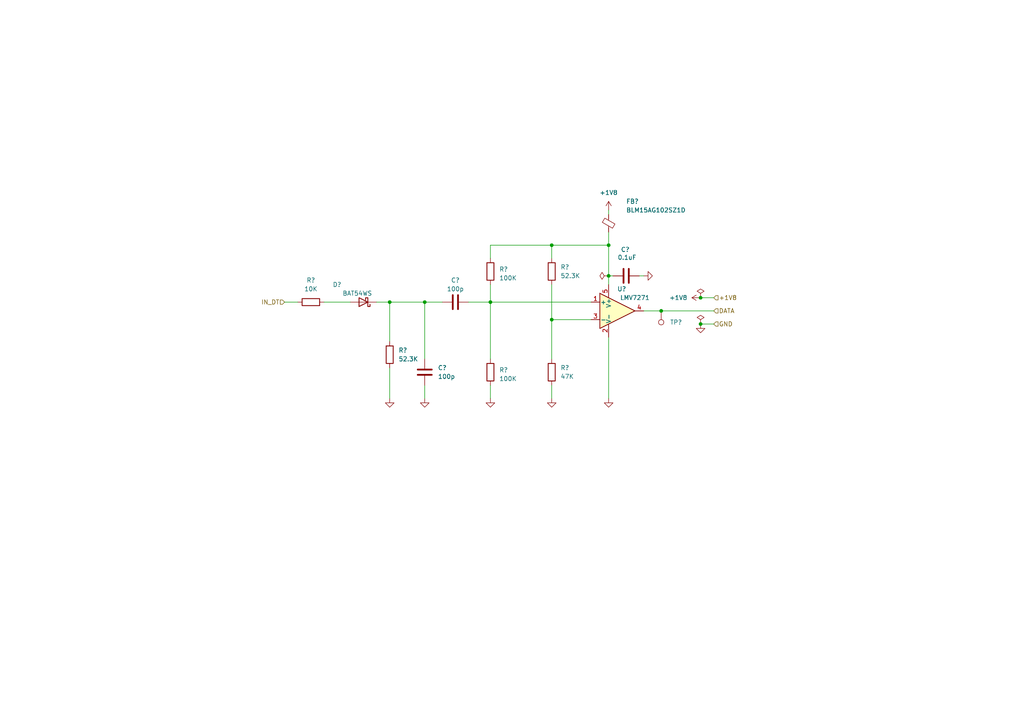
<source format=kicad_sch>
(kicad_sch (version 20231120) (generator "eeschema") (generator_version "8.0")
  (paper "A4")
  (lib_symbols
    (symbol "Comparator:LMV7271" (pin_names (offset 0.127))
      (property "Reference" "U" (at 1.27 5.08 0))
      (property "Value" "LMV7271" (at 3.81 -5.08 0))
      (symbol "LMV7271_0_1"
        (polyline (pts (xy -5.08 5.08) (xy 5.08 0) (xy -5.08 -5.08) (xy -5.08 5.08)) (stroke (width 0.254)) (fill (type background)))
      )
      (symbol "LMV7271_1_1"
        (pin input line (at -7.62 2.54 0) (length 2.54) (name "+") (number "1"))
        (pin power_in line (at -2.54 -7.62 90) (length 3.81) (name "V-") (number "2"))
        (pin input line (at -7.62 -2.54 0) (length 2.54) (name "-") (number "3"))
        (pin output line (at 7.62 0 180) (length 2.54) (name "~") (number "4"))
        (pin power_in line (at -2.54 7.62 270) (length 3.81) (name "V+") (number "5"))
      )
    )
    (symbol "Connector:TestPoint" (pin_numbers hide) (pin_names (offset 0.762) hide)
      (property "Reference" "TP" (at 0 6.858 0))
      (property "Value" "TestPoint" (at 0 5.08 0))
      (symbol "TestPoint_0_1"
        (circle (center 0 3.302) (radius 0.762))
      )
      (symbol "TestPoint_1_1"
        (pin passive line (at 0 0 90) (length 2.54) (name "1") (number "1"))
      )
    )
    (symbol "Device:C" (pin_numbers hide) (pin_names (offset 0.254))
      (property "Reference" "C" (at 0.635 2.54 0))
      (property "Value" "C" (at 0.635 -2.54 0))
      (symbol "C_0_1"
        (polyline (pts (xy -2.032 -0.762) (xy 2.032 -0.762)) (stroke (width 0.508)))
        (polyline (pts (xy -2.032 0.762) (xy 2.032 0.762)) (stroke (width 0.508)))
      )
      (symbol "C_1_1"
        (pin passive line (at 0 3.81 270) (length 2.794) (name "~") (number "1"))
        (pin passive line (at 0 -3.81 90) (length 2.794) (name "~") (number "2"))
      )
    )
    (symbol "Device:D_Schottky" (pin_numbers hide) (pin_names (offset 1.016) hide)
      (property "Reference" "D" (at 0 2.54 0))
      (property "Value" "D_Schottky" (at 0 -2.54 0))
      (symbol "D_Schottky_0_1"
        (polyline (pts (xy 1.27 0) (xy -1.27 0)))
        (polyline (pts (xy 1.27 1.27) (xy 1.27 -1.27) (xy -1.27 0) (xy 1.27 1.27)) (stroke (width 0.254)))
        (polyline (pts (xy -1.905 0.635) (xy -1.905 1.27) (xy -1.27 1.27) (xy -1.27 -1.27) (xy -0.635 -1.27) (xy -0.635 -0.635)) (stroke (width 0.254)))
      )
      (symbol "D_Schottky_1_1"
        (pin passive line (at -3.81 0 0) (length 2.54) (name "K") (number "1"))
        (pin passive line (at 3.81 0 180) (length 2.54) (name "A") (number "2"))
      )
    )
    (symbol "Device:FerriteBead_Small" (pin_numbers hide) (pin_names (offset 0))
      (property "Reference" "FB" (at 1.905 1.27 0))
      (property "Value" "FerriteBead_Small" (at 1.905 -1.27 0))
      (symbol "FerriteBead_Small_0_1"
        (polyline (pts (xy 0 -1.27) (xy 0 -0.7874)))
        (polyline (pts (xy 0 0.889) (xy 0 1.2954)))
        (polyline (pts (xy -1.8288 0.2794) (xy -1.1176 1.4986) (xy 1.8288 -0.2032) (xy 1.1176 -1.4224) (xy -1.8288 0.2794)))
      )
      (symbol "FerriteBead_Small_1_1"
        (pin passive line (at 0 2.54 270) (length 1.27) (name "~") (number "1"))
        (pin passive line (at 0 -2.54 90) (length 1.27) (name "~") (number "2"))
      )
    )
    (symbol "Device:R" (pin_numbers hide) (pin_names (offset 0))
      (property "Reference" "R" (at 2.032 0 90))
      (property "Value" "R" (at 0 0 90))
      (symbol "R_0_1"
        (rectangle (start -1.016 -2.54) (end 1.016 2.54) (stroke (width 0.254)))
      )
      (symbol "R_1_1"
        (pin passive line (at 0 3.81 270) (length 1.27) (name "~") (number "1"))
        (pin passive line (at 0 -3.81 90) (length 1.27) (name "~") (number "2"))
      )
    )
    (symbol "power:+1V8" (power) (pin_names (offset 0))
      (property "Value" "+1V8" (at 0 3.556 0))
      (symbol "+1V8_0_1"
        (polyline (pts (xy -0.762 1.27) (xy 0 2.54)))
        (polyline (pts (xy 0 0) (xy 0 2.54)))
        (polyline (pts (xy 0 2.54) (xy 0.762 1.27)))
      )
      (symbol "+1V8_1_1"
        (pin power_in line (at 0 0 90) (length 0) hide (name "+1V8") (number "1"))
      )
    )
    (symbol "power:GND" (power) (pin_names (offset 0))
      (property "Value" "GND" (at 0 -3.81 0))
      (symbol "GND_0_1"
        (polyline (pts (xy 0 0) (xy 0 -1.27) (xy 1.27 -1.27) (xy 0 -2.54) (xy -1.27 -1.27) (xy 0 -1.27)))
      )
      (symbol "GND_1_1"
        (pin power_in line (at 0 0 270) (length 0) hide (name "GND") (number "1"))
      )
    )
    (symbol "power:PWR_FLAG" (power) (pin_numbers hide) (pin_names (offset 0) hide)
      (property "Value" "PWR_FLAG" (at 0 3.81 0))
      (symbol "PWR_FLAG_0_0"
        (pin power_out line (at 0 0 90) (length 0) (name "pwr") (number "1"))
      )
      (symbol "PWR_FLAG_0_1"
        (polyline (pts (xy 0 0) (xy 0 1.27) (xy -1.016 1.905) (xy 0 2.54) (xy 1.016 1.905) (xy 0 1.27)))
      )
    )
  )
  (junction (at 123.19 87.63))
  (junction (at 203.2 86.36))
  (junction (at 142.24 87.63))
  (junction (at 191.77 90.17))
  (junction (at 113.03 87.63))
  (junction (at 176.53 71.12))
  (junction (at 160.02 71.12))
  (junction (at 160.02 92.71))
  (junction (at 176.53 80.01))
  (junction (at 203.2 93.98))
  (wire (pts (xy 142.24 82.55) (xy 142.24 87.63)))
  (wire (pts (xy 142.24 111.76) (xy 142.24 115.57)))
  (wire (pts (xy 113.03 106.68) (xy 113.03 115.57)))
  (wire (pts (xy 160.02 82.55) (xy 160.02 92.71)))
  (wire (pts (xy 135.89 87.63) (xy 142.24 87.63)))
  (wire (pts (xy 176.53 67.31) (xy 176.53 71.12)))
  (wire (pts (xy 123.19 104.14) (xy 123.19 87.63)))
  (wire (pts (xy 142.24 87.63) (xy 142.24 104.14)))
  (wire (pts (xy 177.8 80.01) (xy 176.53 80.01)))
  (wire (pts (xy 176.53 62.23) (xy 176.53 60.96)))
  (wire (pts (xy 160.02 104.14) (xy 160.02 92.71)))
  (wire (pts (xy 93.98 87.63) (xy 101.6 87.63)))
  (wire (pts (xy 123.19 111.76) (xy 123.19 115.57)))
  (wire (pts (xy 176.53 80.01) (xy 176.53 82.55)))
  (wire (pts (xy 142.24 87.63) (xy 171.45 87.63)))
  (wire (pts (xy 109.22 87.63) (xy 113.03 87.63)))
  (wire (pts (xy 160.02 92.71) (xy 171.45 92.71)))
  (wire (pts (xy 113.03 87.63) (xy 113.03 99.06)))
  (wire (pts (xy 142.24 71.12) (xy 142.24 74.93)))
  (wire (pts (xy 176.53 115.57) (xy 176.53 97.79)))
  (wire (pts (xy 203.2 93.98) (xy 207.01 93.98)))
  (wire (pts (xy 191.77 90.17) (xy 207.01 90.17)))
  (wire (pts (xy 203.2 86.36) (xy 207.01 86.36)))
  (wire (pts (xy 123.19 87.63) (xy 128.27 87.63)))
  (wire (pts (xy 82.55 87.63) (xy 86.36 87.63)))
  (wire (pts (xy 185.42 80.01) (xy 186.69 80.01)))
  (wire (pts (xy 160.02 71.12) (xy 176.53 71.12)))
  (wire (pts (xy 176.53 71.12) (xy 176.53 80.01)))
  (wire (pts (xy 142.24 71.12) (xy 160.02 71.12)))
  (wire (pts (xy 113.03 87.63) (xy 123.19 87.63)))
  (wire (pts (xy 160.02 111.76) (xy 160.02 115.57)))
  (wire (pts (xy 160.02 71.12) (xy 160.02 74.93)))
  (wire (pts (xy 186.69 90.17) (xy 191.77 90.17)))
  (hierarchical_label "GND" (shape input) (at 207.01 93.98 0))
  (hierarchical_label "+1V8" (shape input) (at 207.01 86.36 0))
  (hierarchical_label "IN_DT" (shape input) (at 82.55 87.63 180))
  (hierarchical_label "DATA" (shape input) (at 207.01 90.17 0))
  (symbol (lib_id "Device:C") (at 181.61 80.01 270) (mirror x) (unit 1)
    (property "Reference" "C?" (at 181.356 72.39 90))
    (property "Value" "0.1uF" (at 181.864 74.676 90))
    (property "Footprint" "Capacitor_SMD:C_0402_1005Metric" (effects (hide yes)))
    (property "MouserPN" "581-KGM05AR71C104KN" (effects (hide yes)))
    (instances (project "Kampela" (path "" (reference "C?") (unit 1))) (project "Kampela_G5" (path "" (reference "C5") (unit 1))))
  )
  (symbol (lib_id "power:GND") (at 160.02 115.57 0) (unit 1)
    (property "Reference" "#PWR?" (effects (hide yes)))
    (property "Value" "GND" (effects (hide yes)))
    (instances (project "Kampela" (path "" (reference "#PWR?") (unit 1))) (project "Kampela_G5" (path "" (reference "#PWR017") (unit 1))))
  )
  (symbol (lib_id "Device:C") (at 123.19 107.95 0) (unit 1)
    (property "Reference" "C?" (at 127 106.6799 0) (effects (justify left)))
    (property "Value" "100p" (at 127 109.2199 0) (effects (justify left)))
    (property "Footprint" "Capacitor_SMD:C_0402_1005Metric" (effects (hide yes)))
    (property "MouserPN" "187-CL05C101JC51PNC" (effects (hide yes)))
    (instances (project "Kampela" (path "" (reference "C?") (unit 1))) (project "Kampela_G5" (path "" (reference "C2") (unit 1))))
  )
  (symbol (lib_id "Device:D_Schottky") (at 105.41 87.63 180) (unit 1)
    (property "Reference" "D?" (at 99.06 82.55 0) (effects (justify left)))
    (property "Value" "BAT54WS" (at 107.95 85.09 0) (effects (justify left)))
    (property "Footprint" "Diode_SMD:D_SOD-323F" (effects (hide yes)))
    (property "MouserPN" "621-BAT54WS-F" (effects (hide yes)))
    (instances (project "Kampela" (path "" (reference "D?") (unit 1))) (project "Kampela_G5" (path "" (reference "D2") (unit 1))))
  )
  (symbol (lib_id "power:GND") (at 123.19 115.57 0) (unit 1)
    (property "Reference" "#PWR?" (effects (hide yes)))
    (property "Value" "GND" (effects (hide yes)))
    (instances (project "Kampela" (path "" (reference "#PWR?") (unit 1))) (project "Kampela_G5" (path "" (reference "#PWR015") (unit 1))))
  )
  (symbol (lib_id "power:PWR_FLAG") (at 176.53 80.01 90) (unit 1)
    (property "Reference" "#FLG02" (effects (hide yes)))
    (property "Value" "PWR_FLAG" (effects (hide yes)))
    (property "Description" "Special symbol for telling ERC where power comes from" (effects (hide yes)))
  )
  (symbol (lib_id "power:PWR_FLAG") (at 203.2 93.98 0) (unit 1)
    (property "Reference" "#FLG05" (effects (hide yes)))
    (property "Value" "PWR_FLAG" (effects (hide yes)))
    (property "Description" "Special symbol for telling ERC where power comes from" (effects (hide yes)))
  )
  (symbol (lib_id "Connector:TestPoint") (at 191.77 90.17 180) (unit 1)
    (property "Reference" "TP?" (at 194.31 93.4719 0) (effects (justify right)))
    (property "Value" "TestPoint" (effects (hide yes)))
    (property "Footprint" "TestPoint:TestPoint_Pad_D1.0mm" (effects (hide yes)))
    (instances (project "Kampela" (path "" (reference "TP?") (unit 1))) (project "Kampela_G5" (path "" (reference "TP4") (unit 1))))
  )
  (symbol (lib_id "Device:C") (at 132.08 87.63 270) (mirror x) (unit 1)
    (property "Reference" "C?" (at 132.08 81.28 90))
    (property "Value" "100p" (at 132.08 83.82 90))
    (property "Footprint" "Capacitor_SMD:C_0402_1005Metric" (effects (hide yes)))
    (property "MouserPN" "187-CL05C101JC51PNC" (effects (hide yes)))
    (instances (project "Kampela" (path "" (reference "C?") (unit 1))) (project "Kampela_G5" (path "" (reference "C3") (unit 1))))
  )
  (symbol (lib_id "Device:FerriteBead_Small") (at 176.53 64.77 0) (unit 1)
    (property "Reference" "FB?" (at 181.61 58.42 0) (effects (justify left)))
    (property "Value" "BLM15AG102SZ1D" (at 181.61 60.96 0) (effects (justify left)))
    (property "Footprint" "Inductor_SMD:L_0402_1005Metric" (effects (hide yes)))
    (property "MouserPN" "81-BLM15AG102SZ1D" (effects (hide yes)))
    (instances (project "Kampela" (path "" (reference "FB?") (unit 1))) (project "Kampela_G5" (path "" (reference "FB1") (unit 1))))
  )
  (symbol (lib_id "power:GND") (at 186.69 80.01 90) (unit 1)
    (property "Reference" "#PWR?" (effects (hide yes)))
    (property "Value" "GND" (effects (hide yes)))
    (instances (project "Kampela" (path "" (reference "#PWR?") (unit 1))) (project "Kampela_G5" (path "" (reference "#PWR021") (unit 1))))
  )
  (symbol (lib_id "power:GND") (at 203.2 93.98 0) (unit 1)
    (property "Reference" "#PWR?" (effects (hide yes)))
    (property "Value" "GND" (effects (hide yes)))
    (instances (project "Kampela" (path "" (reference "#PWR?") (unit 1))) (project "Kampela_G5" (path "" (reference "#PWR091") (unit 1))))
  )
  (symbol (lib_id "power:GND") (at 176.53 115.57 0) (unit 1)
    (property "Reference" "#PWR?" (effects (hide yes)))
    (property "Value" "GND" (effects (hide yes)))
    (instances (project "Kampela" (path "" (reference "#PWR?") (unit 1))) (project "Kampela_G5" (path "" (reference "#PWR020") (unit 1))))
  )
  (symbol (lib_id "Comparator:LMV7271") (at 179.07 90.17 0) (unit 1)
    (property "Reference" "U?" (at 180.34 83.82 0))
    (property "Value" "LMV7271" (at 184.15 86.36 0))
    (property "Footprint" "Package_TO_SOT_SMD:SOT-353_SC-70-5" (effects (hide yes)))
    (property "Datasheet" "http://www.ti.com/lit/ds/symlink/lmv7271.pdf" (effects (hide yes)))
    (property "MouserPN" "926-LMV7271MG/NOPB" (effects (hide yes)))
    (instances (project "Kampela" (path "" (reference "U?") (unit 1))) (project "Kampela_G5" (path "" (reference "U1") (unit 1))))
  )
  (symbol (lib_id "power:GND") (at 113.03 115.57 0) (unit 1)
    (property "Reference" "#PWR?" (effects (hide yes)))
    (property "Value" "GND" (effects (hide yes)))
    (instances (project "Kampela" (path "" (reference "#PWR?") (unit 1))) (project "Kampela_G5" (path "" (reference "#PWR014") (unit 1))))
  )
  (symbol (lib_id "Device:R") (at 160.02 107.95 0) (unit 1)
    (property "Reference" "R?" (at 162.56 106.68 0) (effects (justify left)))
    (property "Value" "47K" (at 162.56 109.22 0) (effects (justify left)))
    (property "Footprint" "Resistor_SMD:R_0402_1005Metric" (effects (hide yes)))
    (instances (project "Kampela" (path "" (reference "R?") (unit 1))) (project "Kampela_G5" (path "" (reference "R4") (unit 1))))
  )
  (symbol (lib_id "Device:R") (at 90.17 87.63 90) (unit 1)
    (property "Reference" "R?" (at 90.17 81.28 90))
    (property "Value" "10K" (at 90.17 83.82 90))
    (property "Footprint" "Resistor_SMD:R_0402_1005Metric" (effects (hide yes)))
    (instances (project "Kampela" (path "" (reference "R?") (unit 1))) (project "Kampela_G5" (path "" (reference "R1") (unit 1))))
  )
  (symbol (lib_id "Device:R") (at 160.02 78.74 0) (unit 1)
    (property "Reference" "R?" (at 162.56 77.47 0) (effects (justify left)))
    (property "Value" "52.3K" (at 162.56 80.01 0) (effects (justify left)))
    (property "Footprint" "Resistor_SMD:R_0402_1005Metric" (effects (hide yes)))
    (instances (project "Kampela" (path "" (reference "R?") (unit 1))) (project "Kampela_G5" (path "" (reference "R3") (unit 1))))
  )
  (symbol (lib_id "Device:R") (at 142.24 78.74 0) (unit 1)
    (property "Reference" "R?" (at 144.78 78.105 0) (effects (justify left)))
    (property "Value" "100K" (at 144.78 80.645 0) (effects (justify left)))
    (property "Footprint" "Resistor_SMD:R_0402_1005Metric" (effects (hide yes)))
    (instances (project "Kampela" (path "" (reference "R?") (unit 1))) (project "Kampela_G5" (path "" (reference "R5") (unit 1))))
  )
  (symbol (lib_id "power:GND") (at 142.24 115.57 0) (unit 1)
    (property "Reference" "#PWR?" (effects (hide yes)))
    (property "Value" "GND" (effects (hide yes)))
    (instances (project "Kampela" (path "" (reference "#PWR?") (unit 1))) (project "Kampela_G5" (path "" (reference "#PWR016") (unit 1))))
  )
  (symbol (lib_id "power:PWR_FLAG") (at 203.2 86.36 0) (unit 1)
    (property "Reference" "#FLG01" (effects (hide yes)))
    (property "Value" "PWR_FLAG" (effects (hide yes)))
    (property "Description" "Special symbol for telling ERC where power comes from" (effects (hide yes)))
  )
  (symbol (lib_id "Device:R") (at 142.24 107.95 0) (unit 1)
    (property "Reference" "R?" (at 144.78 107.315 0) (effects (justify left)))
    (property "Value" "100K" (at 144.78 109.855 0) (effects (justify left)))
    (property "Footprint" "Resistor_SMD:R_0402_1005Metric" (effects (hide yes)))
    (instances (project "Kampela" (path "" (reference "R?") (unit 1))) (project "Kampela_G5" (path "" (reference "R7") (unit 1))))
  )
  (symbol (lib_id "Device:R") (at 113.03 102.87 0) (unit 1)
    (property "Reference" "R?" (at 115.57 101.6 0) (effects (justify left)))
    (property "Value" "52.3K" (at 115.57 104.14 0) (effects (justify left)))
    (property "Footprint" "Resistor_SMD:R_0402_1005Metric" (effects (hide yes)))
    (instances (project "Kampela" (path "" (reference "R?") (unit 1))) (project "Kampela_G5" (path "" (reference "R2") (unit 1))))
  )
  (symbol (lib_id "power:+1V8") (at 176.53 60.96 0) (unit 1)
    (property "Reference" "#PWR?" (effects (hide yes)))
    (property "Value" "+1V8" (at 176.53 55.88 0))
    (instances (project "Kampela" (path "" (reference "#PWR?") (unit 1))) (project "Kampela_G5" (path "" (reference "#PWR019") (unit 1))))
  )
  (symbol (lib_id "power:+1V8") (at 203.2 86.36 90) (unit 1)
    (property "Reference" "#PWR?" (effects (hide yes)))
    (property "Value" "+1V8" (at 199.39 86.36 90) (effects (justify left)))
    (instances (project "Kampela" (path "" (reference "#PWR?") (unit 1))) (project "Kampela_G5" (path "" (reference "#PWR090") (unit 1))))
  )
)
</source>
